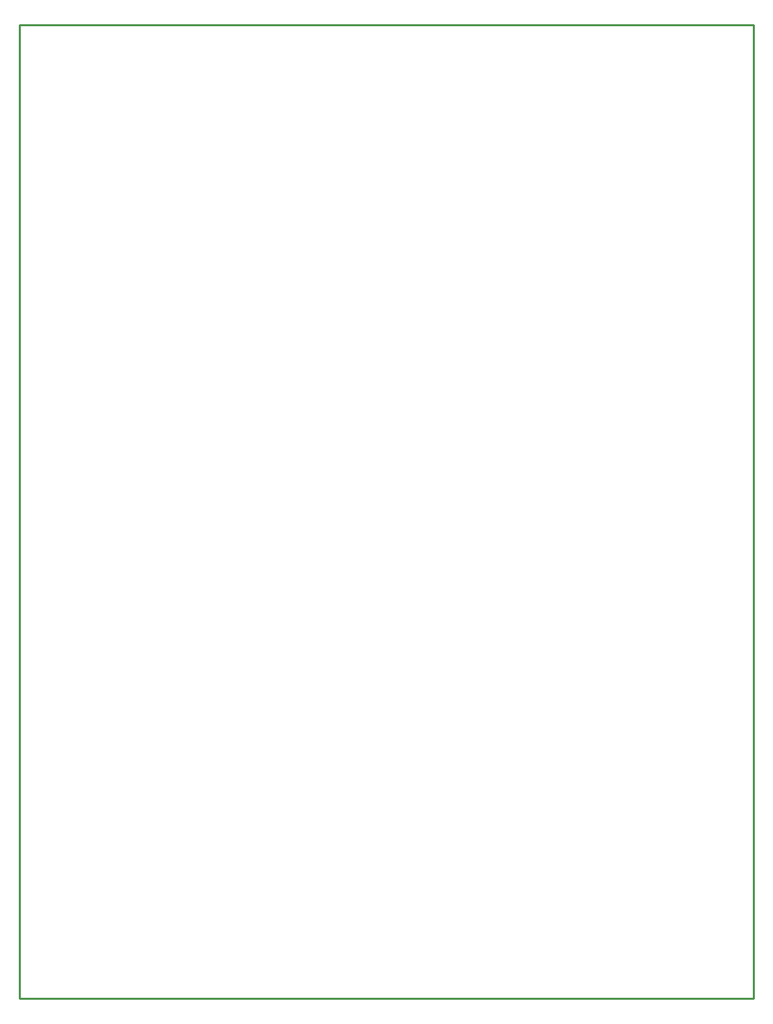
<source format=gko>
%FSLAX43Y43*%
%MOMM*%
G71*
G01*
G75*
%ADD10C,0.300*%
%ADD11C,0.075*%
%ADD12R,1.800X1.600*%
%ADD13R,0.300X1.650*%
%ADD14R,0.300X1.650*%
%ADD15R,1.600X1.800*%
%ADD16R,2.700X2.500*%
%ADD17O,1.500X0.400*%
%ADD18R,1.500X0.400*%
%ADD19R,0.300X1.500*%
%ADD20R,3.000X4.000*%
%ADD21C,0.254*%
%ADD22C,1.300*%
%ADD23C,1.500*%
%ADD24R,1.500X1.500*%
%ADD25C,3.000*%
%ADD26C,1.000*%
%ADD27R,2.003X1.803*%
%ADD28R,0.503X1.853*%
%ADD29R,0.503X1.853*%
%ADD30R,1.803X2.003*%
%ADD31R,2.903X2.703*%
%ADD32O,1.703X0.603*%
%ADD33R,1.703X0.603*%
%ADD34R,0.503X1.703*%
%ADD35R,3.203X4.203*%
%ADD36C,1.503*%
%ADD37C,1.703*%
%ADD38R,1.703X1.703*%
%ADD39C,3.203*%
%ADD40C,1.203*%
D21*
X0Y0D02*
Y122500D01*
X92500D01*
Y0D02*
Y122500D01*
X0Y0D02*
X92500D01*
M02*

</source>
